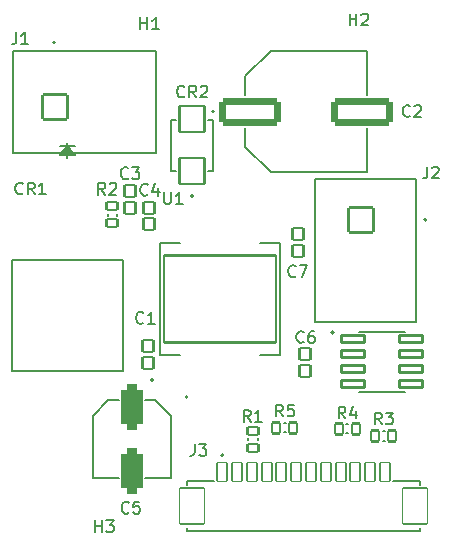
<source format=gto>
G04 #@! TF.GenerationSoftware,KiCad,Pcbnew,7.0.10*
G04 #@! TF.CreationDate,2024-11-08T18:31:00-05:00*
G04 #@! TF.ProjectId,Novel Mechanism 2 Board,4e6f7665-6c20-44d6-9563-68616e69736d,rev?*
G04 #@! TF.SameCoordinates,Original*
G04 #@! TF.FileFunction,Legend,Top*
G04 #@! TF.FilePolarity,Positive*
%FSLAX46Y46*%
G04 Gerber Fmt 4.6, Leading zero omitted, Abs format (unit mm)*
G04 Created by KiCad (PCBNEW 7.0.10) date 2024-11-08 18:31:00*
%MOMM*%
%LPD*%
G01*
G04 APERTURE LIST*
G04 Aperture macros list*
%AMRoundRect*
0 Rectangle with rounded corners*
0 $1 Rounding radius*
0 $2 $3 $4 $5 $6 $7 $8 $9 X,Y pos of 4 corners*
0 Add a 4 corners polygon primitive as box body*
4,1,4,$2,$3,$4,$5,$6,$7,$8,$9,$2,$3,0*
0 Add four circle primitives for the rounded corners*
1,1,$1+$1,$2,$3*
1,1,$1+$1,$4,$5*
1,1,$1+$1,$6,$7*
1,1,$1+$1,$8,$9*
0 Add four rect primitives between the rounded corners*
20,1,$1+$1,$2,$3,$4,$5,0*
20,1,$1+$1,$4,$5,$6,$7,0*
20,1,$1+$1,$6,$7,$8,$9,0*
20,1,$1+$1,$8,$9,$2,$3,0*%
G04 Aperture macros list end*
%ADD10C,0.150000*%
%ADD11C,0.127000*%
%ADD12C,0.200000*%
%ADD13C,0.152400*%
%ADD14RoundRect,0.102000X1.060000X-1.100000X1.060000X1.100000X-1.060000X1.100000X-1.060000X-1.100000X0*%
%ADD15RoundRect,0.102000X-1.050000X-1.050000X1.050000X-1.050000X1.050000X1.050000X-1.050000X1.050000X0*%
%ADD16C,2.304000*%
%ADD17RoundRect,0.102000X0.465000X-0.505000X0.465000X0.505000X-0.465000X0.505000X-0.465000X-0.505000X0*%
%ADD18RoundRect,0.100500X-0.986500X-0.301500X0.986500X-0.301500X0.986500X0.301500X-0.986500X0.301500X0*%
%ADD19RoundRect,0.446000X-0.446000X1.466000X-0.446000X-1.466000X0.446000X-1.466000X0.446000X1.466000X0*%
%ADD20RoundRect,0.102000X0.450000X-0.325000X0.450000X0.325000X-0.450000X0.325000X-0.450000X-0.325000X0*%
%ADD21RoundRect,0.102000X0.325000X0.450000X-0.325000X0.450000X-0.325000X-0.450000X0.325000X-0.450000X0*%
%ADD22C,3.200000*%
%ADD23RoundRect,0.102000X-0.465000X0.505000X-0.465000X-0.505000X0.465000X-0.505000X0.465000X0.505000X0*%
%ADD24R,2.057400X2.057400*%
%ADD25C,2.057400*%
%ADD26RoundRect,0.102000X-1.050000X1.050000X-1.050000X-1.050000X1.050000X-1.050000X1.050000X1.050000X0*%
%ADD27O,0.682400X2.102400*%
%ADD28RoundRect,0.102000X4.750000X-3.700000X4.750000X3.700000X-4.750000X3.700000X-4.750000X-3.700000X0*%
%ADD29RoundRect,0.290500X-2.316500X-0.871500X2.316500X-0.871500X2.316500X0.871500X-2.316500X0.871500X0*%
%ADD30RoundRect,0.076200X-0.400000X-0.800000X0.400000X-0.800000X0.400000X0.800000X-0.400000X0.800000X0*%
%ADD31RoundRect,0.076200X-1.050000X-1.500000X1.050000X-1.500000X1.050000X1.500000X-1.050000X1.500000X0*%
G04 APERTURE END LIST*
D10*
X134207333Y-52861380D02*
X134159714Y-52909000D01*
X134159714Y-52909000D02*
X134016857Y-52956619D01*
X134016857Y-52956619D02*
X133921619Y-52956619D01*
X133921619Y-52956619D02*
X133778762Y-52909000D01*
X133778762Y-52909000D02*
X133683524Y-52813761D01*
X133683524Y-52813761D02*
X133635905Y-52718523D01*
X133635905Y-52718523D02*
X133588286Y-52528047D01*
X133588286Y-52528047D02*
X133588286Y-52385190D01*
X133588286Y-52385190D02*
X133635905Y-52194714D01*
X133635905Y-52194714D02*
X133683524Y-52099476D01*
X133683524Y-52099476D02*
X133778762Y-52004238D01*
X133778762Y-52004238D02*
X133921619Y-51956619D01*
X133921619Y-51956619D02*
X134016857Y-51956619D01*
X134016857Y-51956619D02*
X134159714Y-52004238D01*
X134159714Y-52004238D02*
X134207333Y-52051857D01*
X135207333Y-52956619D02*
X134874000Y-52480428D01*
X134635905Y-52956619D02*
X134635905Y-51956619D01*
X134635905Y-51956619D02*
X135016857Y-51956619D01*
X135016857Y-51956619D02*
X135112095Y-52004238D01*
X135112095Y-52004238D02*
X135159714Y-52051857D01*
X135159714Y-52051857D02*
X135207333Y-52147095D01*
X135207333Y-52147095D02*
X135207333Y-52289952D01*
X135207333Y-52289952D02*
X135159714Y-52385190D01*
X135159714Y-52385190D02*
X135112095Y-52432809D01*
X135112095Y-52432809D02*
X135016857Y-52480428D01*
X135016857Y-52480428D02*
X134635905Y-52480428D01*
X135588286Y-52051857D02*
X135635905Y-52004238D01*
X135635905Y-52004238D02*
X135731143Y-51956619D01*
X135731143Y-51956619D02*
X135969238Y-51956619D01*
X135969238Y-51956619D02*
X136064476Y-52004238D01*
X136064476Y-52004238D02*
X136112095Y-52051857D01*
X136112095Y-52051857D02*
X136159714Y-52147095D01*
X136159714Y-52147095D02*
X136159714Y-52242333D01*
X136159714Y-52242333D02*
X136112095Y-52385190D01*
X136112095Y-52385190D02*
X135540667Y-52956619D01*
X135540667Y-52956619D02*
X136159714Y-52956619D01*
X119959166Y-47454819D02*
X119959166Y-48169104D01*
X119959166Y-48169104D02*
X119911547Y-48311961D01*
X119911547Y-48311961D02*
X119816309Y-48407200D01*
X119816309Y-48407200D02*
X119673452Y-48454819D01*
X119673452Y-48454819D02*
X119578214Y-48454819D01*
X120959166Y-48454819D02*
X120387738Y-48454819D01*
X120673452Y-48454819D02*
X120673452Y-47454819D01*
X120673452Y-47454819D02*
X120578214Y-47597676D01*
X120578214Y-47597676D02*
X120482976Y-47692914D01*
X120482976Y-47692914D02*
X120387738Y-47740533D01*
X131100533Y-61167180D02*
X131052914Y-61214800D01*
X131052914Y-61214800D02*
X130910057Y-61262419D01*
X130910057Y-61262419D02*
X130814819Y-61262419D01*
X130814819Y-61262419D02*
X130671962Y-61214800D01*
X130671962Y-61214800D02*
X130576724Y-61119561D01*
X130576724Y-61119561D02*
X130529105Y-61024323D01*
X130529105Y-61024323D02*
X130481486Y-60833847D01*
X130481486Y-60833847D02*
X130481486Y-60690990D01*
X130481486Y-60690990D02*
X130529105Y-60500514D01*
X130529105Y-60500514D02*
X130576724Y-60405276D01*
X130576724Y-60405276D02*
X130671962Y-60310038D01*
X130671962Y-60310038D02*
X130814819Y-60262419D01*
X130814819Y-60262419D02*
X130910057Y-60262419D01*
X130910057Y-60262419D02*
X131052914Y-60310038D01*
X131052914Y-60310038D02*
X131100533Y-60357657D01*
X131957676Y-60595752D02*
X131957676Y-61262419D01*
X131719581Y-60214800D02*
X131481486Y-60929085D01*
X131481486Y-60929085D02*
X132100533Y-60929085D01*
X129500333Y-88091180D02*
X129452714Y-88138800D01*
X129452714Y-88138800D02*
X129309857Y-88186419D01*
X129309857Y-88186419D02*
X129214619Y-88186419D01*
X129214619Y-88186419D02*
X129071762Y-88138800D01*
X129071762Y-88138800D02*
X128976524Y-88043561D01*
X128976524Y-88043561D02*
X128928905Y-87948323D01*
X128928905Y-87948323D02*
X128881286Y-87757847D01*
X128881286Y-87757847D02*
X128881286Y-87614990D01*
X128881286Y-87614990D02*
X128928905Y-87424514D01*
X128928905Y-87424514D02*
X128976524Y-87329276D01*
X128976524Y-87329276D02*
X129071762Y-87234038D01*
X129071762Y-87234038D02*
X129214619Y-87186419D01*
X129214619Y-87186419D02*
X129309857Y-87186419D01*
X129309857Y-87186419D02*
X129452714Y-87234038D01*
X129452714Y-87234038D02*
X129500333Y-87281657D01*
X130405095Y-87186419D02*
X129928905Y-87186419D01*
X129928905Y-87186419D02*
X129881286Y-87662609D01*
X129881286Y-87662609D02*
X129928905Y-87614990D01*
X129928905Y-87614990D02*
X130024143Y-87567371D01*
X130024143Y-87567371D02*
X130262238Y-87567371D01*
X130262238Y-87567371D02*
X130357476Y-87614990D01*
X130357476Y-87614990D02*
X130405095Y-87662609D01*
X130405095Y-87662609D02*
X130452714Y-87757847D01*
X130452714Y-87757847D02*
X130452714Y-87995942D01*
X130452714Y-87995942D02*
X130405095Y-88091180D01*
X130405095Y-88091180D02*
X130357476Y-88138800D01*
X130357476Y-88138800D02*
X130262238Y-88186419D01*
X130262238Y-88186419D02*
X130024143Y-88186419D01*
X130024143Y-88186419D02*
X129928905Y-88138800D01*
X129928905Y-88138800D02*
X129881286Y-88091180D01*
X127493733Y-61186219D02*
X127160400Y-60710028D01*
X126922305Y-61186219D02*
X126922305Y-60186219D01*
X126922305Y-60186219D02*
X127303257Y-60186219D01*
X127303257Y-60186219D02*
X127398495Y-60233838D01*
X127398495Y-60233838D02*
X127446114Y-60281457D01*
X127446114Y-60281457D02*
X127493733Y-60376695D01*
X127493733Y-60376695D02*
X127493733Y-60519552D01*
X127493733Y-60519552D02*
X127446114Y-60614790D01*
X127446114Y-60614790D02*
X127398495Y-60662409D01*
X127398495Y-60662409D02*
X127303257Y-60710028D01*
X127303257Y-60710028D02*
X126922305Y-60710028D01*
X127874686Y-60281457D02*
X127922305Y-60233838D01*
X127922305Y-60233838D02*
X128017543Y-60186219D01*
X128017543Y-60186219D02*
X128255638Y-60186219D01*
X128255638Y-60186219D02*
X128350876Y-60233838D01*
X128350876Y-60233838D02*
X128398495Y-60281457D01*
X128398495Y-60281457D02*
X128446114Y-60376695D01*
X128446114Y-60376695D02*
X128446114Y-60471933D01*
X128446114Y-60471933D02*
X128398495Y-60614790D01*
X128398495Y-60614790D02*
X127827067Y-61186219D01*
X127827067Y-61186219D02*
X128446114Y-61186219D01*
X142555933Y-79956819D02*
X142222600Y-79480628D01*
X141984505Y-79956819D02*
X141984505Y-78956819D01*
X141984505Y-78956819D02*
X142365457Y-78956819D01*
X142365457Y-78956819D02*
X142460695Y-79004438D01*
X142460695Y-79004438D02*
X142508314Y-79052057D01*
X142508314Y-79052057D02*
X142555933Y-79147295D01*
X142555933Y-79147295D02*
X142555933Y-79290152D01*
X142555933Y-79290152D02*
X142508314Y-79385390D01*
X142508314Y-79385390D02*
X142460695Y-79433009D01*
X142460695Y-79433009D02*
X142365457Y-79480628D01*
X142365457Y-79480628D02*
X141984505Y-79480628D01*
X143460695Y-78956819D02*
X142984505Y-78956819D01*
X142984505Y-78956819D02*
X142936886Y-79433009D01*
X142936886Y-79433009D02*
X142984505Y-79385390D01*
X142984505Y-79385390D02*
X143079743Y-79337771D01*
X143079743Y-79337771D02*
X143317838Y-79337771D01*
X143317838Y-79337771D02*
X143413076Y-79385390D01*
X143413076Y-79385390D02*
X143460695Y-79433009D01*
X143460695Y-79433009D02*
X143508314Y-79528247D01*
X143508314Y-79528247D02*
X143508314Y-79766342D01*
X143508314Y-79766342D02*
X143460695Y-79861580D01*
X143460695Y-79861580D02*
X143413076Y-79909200D01*
X143413076Y-79909200D02*
X143317838Y-79956819D01*
X143317838Y-79956819D02*
X143079743Y-79956819D01*
X143079743Y-79956819D02*
X142984505Y-79909200D01*
X142984505Y-79909200D02*
X142936886Y-79861580D01*
X147839133Y-80134619D02*
X147505800Y-79658428D01*
X147267705Y-80134619D02*
X147267705Y-79134619D01*
X147267705Y-79134619D02*
X147648657Y-79134619D01*
X147648657Y-79134619D02*
X147743895Y-79182238D01*
X147743895Y-79182238D02*
X147791514Y-79229857D01*
X147791514Y-79229857D02*
X147839133Y-79325095D01*
X147839133Y-79325095D02*
X147839133Y-79467952D01*
X147839133Y-79467952D02*
X147791514Y-79563190D01*
X147791514Y-79563190D02*
X147743895Y-79610809D01*
X147743895Y-79610809D02*
X147648657Y-79658428D01*
X147648657Y-79658428D02*
X147267705Y-79658428D01*
X148696276Y-79467952D02*
X148696276Y-80134619D01*
X148458181Y-79087000D02*
X148220086Y-79801285D01*
X148220086Y-79801285D02*
X148839133Y-79801285D01*
X148188095Y-46854819D02*
X148188095Y-45854819D01*
X148188095Y-46331009D02*
X148759523Y-46331009D01*
X148759523Y-46854819D02*
X148759523Y-45854819D01*
X149188095Y-45950057D02*
X149235714Y-45902438D01*
X149235714Y-45902438D02*
X149330952Y-45854819D01*
X149330952Y-45854819D02*
X149569047Y-45854819D01*
X149569047Y-45854819D02*
X149664285Y-45902438D01*
X149664285Y-45902438D02*
X149711904Y-45950057D01*
X149711904Y-45950057D02*
X149759523Y-46045295D01*
X149759523Y-46045295D02*
X149759523Y-46140533D01*
X149759523Y-46140533D02*
X149711904Y-46283390D01*
X149711904Y-46283390D02*
X149140476Y-46854819D01*
X149140476Y-46854819D02*
X149759523Y-46854819D01*
X129449533Y-59770180D02*
X129401914Y-59817800D01*
X129401914Y-59817800D02*
X129259057Y-59865419D01*
X129259057Y-59865419D02*
X129163819Y-59865419D01*
X129163819Y-59865419D02*
X129020962Y-59817800D01*
X129020962Y-59817800D02*
X128925724Y-59722561D01*
X128925724Y-59722561D02*
X128878105Y-59627323D01*
X128878105Y-59627323D02*
X128830486Y-59436847D01*
X128830486Y-59436847D02*
X128830486Y-59293990D01*
X128830486Y-59293990D02*
X128878105Y-59103514D01*
X128878105Y-59103514D02*
X128925724Y-59008276D01*
X128925724Y-59008276D02*
X129020962Y-58913038D01*
X129020962Y-58913038D02*
X129163819Y-58865419D01*
X129163819Y-58865419D02*
X129259057Y-58865419D01*
X129259057Y-58865419D02*
X129401914Y-58913038D01*
X129401914Y-58913038D02*
X129449533Y-58960657D01*
X129782867Y-58865419D02*
X130401914Y-58865419D01*
X130401914Y-58865419D02*
X130068581Y-59246371D01*
X130068581Y-59246371D02*
X130211438Y-59246371D01*
X130211438Y-59246371D02*
X130306676Y-59293990D01*
X130306676Y-59293990D02*
X130354295Y-59341609D01*
X130354295Y-59341609D02*
X130401914Y-59436847D01*
X130401914Y-59436847D02*
X130401914Y-59674942D01*
X130401914Y-59674942D02*
X130354295Y-59770180D01*
X130354295Y-59770180D02*
X130306676Y-59817800D01*
X130306676Y-59817800D02*
X130211438Y-59865419D01*
X130211438Y-59865419D02*
X129925724Y-59865419D01*
X129925724Y-59865419D02*
X129830486Y-59817800D01*
X129830486Y-59817800D02*
X129782867Y-59770180D01*
X143622733Y-68075980D02*
X143575114Y-68123600D01*
X143575114Y-68123600D02*
X143432257Y-68171219D01*
X143432257Y-68171219D02*
X143337019Y-68171219D01*
X143337019Y-68171219D02*
X143194162Y-68123600D01*
X143194162Y-68123600D02*
X143098924Y-68028361D01*
X143098924Y-68028361D02*
X143051305Y-67933123D01*
X143051305Y-67933123D02*
X143003686Y-67742647D01*
X143003686Y-67742647D02*
X143003686Y-67599790D01*
X143003686Y-67599790D02*
X143051305Y-67409314D01*
X143051305Y-67409314D02*
X143098924Y-67314076D01*
X143098924Y-67314076D02*
X143194162Y-67218838D01*
X143194162Y-67218838D02*
X143337019Y-67171219D01*
X143337019Y-67171219D02*
X143432257Y-67171219D01*
X143432257Y-67171219D02*
X143575114Y-67218838D01*
X143575114Y-67218838D02*
X143622733Y-67266457D01*
X143956067Y-67171219D02*
X144622733Y-67171219D01*
X144622733Y-67171219D02*
X144194162Y-68171219D01*
X144308533Y-73638580D02*
X144260914Y-73686200D01*
X144260914Y-73686200D02*
X144118057Y-73733819D01*
X144118057Y-73733819D02*
X144022819Y-73733819D01*
X144022819Y-73733819D02*
X143879962Y-73686200D01*
X143879962Y-73686200D02*
X143784724Y-73590961D01*
X143784724Y-73590961D02*
X143737105Y-73495723D01*
X143737105Y-73495723D02*
X143689486Y-73305247D01*
X143689486Y-73305247D02*
X143689486Y-73162390D01*
X143689486Y-73162390D02*
X143737105Y-72971914D01*
X143737105Y-72971914D02*
X143784724Y-72876676D01*
X143784724Y-72876676D02*
X143879962Y-72781438D01*
X143879962Y-72781438D02*
X144022819Y-72733819D01*
X144022819Y-72733819D02*
X144118057Y-72733819D01*
X144118057Y-72733819D02*
X144260914Y-72781438D01*
X144260914Y-72781438D02*
X144308533Y-72829057D01*
X145165676Y-72733819D02*
X144975200Y-72733819D01*
X144975200Y-72733819D02*
X144879962Y-72781438D01*
X144879962Y-72781438D02*
X144832343Y-72829057D01*
X144832343Y-72829057D02*
X144737105Y-72971914D01*
X144737105Y-72971914D02*
X144689486Y-73162390D01*
X144689486Y-73162390D02*
X144689486Y-73543342D01*
X144689486Y-73543342D02*
X144737105Y-73638580D01*
X144737105Y-73638580D02*
X144784724Y-73686200D01*
X144784724Y-73686200D02*
X144879962Y-73733819D01*
X144879962Y-73733819D02*
X145070438Y-73733819D01*
X145070438Y-73733819D02*
X145165676Y-73686200D01*
X145165676Y-73686200D02*
X145213295Y-73638580D01*
X145213295Y-73638580D02*
X145260914Y-73543342D01*
X145260914Y-73543342D02*
X145260914Y-73305247D01*
X145260914Y-73305247D02*
X145213295Y-73210009D01*
X145213295Y-73210009D02*
X145165676Y-73162390D01*
X145165676Y-73162390D02*
X145070438Y-73114771D01*
X145070438Y-73114771D02*
X144879962Y-73114771D01*
X144879962Y-73114771D02*
X144784724Y-73162390D01*
X144784724Y-73162390D02*
X144737105Y-73210009D01*
X144737105Y-73210009D02*
X144689486Y-73305247D01*
X120516733Y-61065580D02*
X120469114Y-61113200D01*
X120469114Y-61113200D02*
X120326257Y-61160819D01*
X120326257Y-61160819D02*
X120231019Y-61160819D01*
X120231019Y-61160819D02*
X120088162Y-61113200D01*
X120088162Y-61113200D02*
X119992924Y-61017961D01*
X119992924Y-61017961D02*
X119945305Y-60922723D01*
X119945305Y-60922723D02*
X119897686Y-60732247D01*
X119897686Y-60732247D02*
X119897686Y-60589390D01*
X119897686Y-60589390D02*
X119945305Y-60398914D01*
X119945305Y-60398914D02*
X119992924Y-60303676D01*
X119992924Y-60303676D02*
X120088162Y-60208438D01*
X120088162Y-60208438D02*
X120231019Y-60160819D01*
X120231019Y-60160819D02*
X120326257Y-60160819D01*
X120326257Y-60160819D02*
X120469114Y-60208438D01*
X120469114Y-60208438D02*
X120516733Y-60256057D01*
X121516733Y-61160819D02*
X121183400Y-60684628D01*
X120945305Y-61160819D02*
X120945305Y-60160819D01*
X120945305Y-60160819D02*
X121326257Y-60160819D01*
X121326257Y-60160819D02*
X121421495Y-60208438D01*
X121421495Y-60208438D02*
X121469114Y-60256057D01*
X121469114Y-60256057D02*
X121516733Y-60351295D01*
X121516733Y-60351295D02*
X121516733Y-60494152D01*
X121516733Y-60494152D02*
X121469114Y-60589390D01*
X121469114Y-60589390D02*
X121421495Y-60637009D01*
X121421495Y-60637009D02*
X121326257Y-60684628D01*
X121326257Y-60684628D02*
X120945305Y-60684628D01*
X122469114Y-61160819D02*
X121897686Y-61160819D01*
X122183400Y-61160819D02*
X122183400Y-60160819D01*
X122183400Y-60160819D02*
X122088162Y-60303676D01*
X122088162Y-60303676D02*
X121992924Y-60398914D01*
X121992924Y-60398914D02*
X121897686Y-60446533D01*
X154766666Y-58804819D02*
X154766666Y-59519104D01*
X154766666Y-59519104D02*
X154719047Y-59661961D01*
X154719047Y-59661961D02*
X154623809Y-59757200D01*
X154623809Y-59757200D02*
X154480952Y-59804819D01*
X154480952Y-59804819D02*
X154385714Y-59804819D01*
X155195238Y-58900057D02*
X155242857Y-58852438D01*
X155242857Y-58852438D02*
X155338095Y-58804819D01*
X155338095Y-58804819D02*
X155576190Y-58804819D01*
X155576190Y-58804819D02*
X155671428Y-58852438D01*
X155671428Y-58852438D02*
X155719047Y-58900057D01*
X155719047Y-58900057D02*
X155766666Y-58995295D01*
X155766666Y-58995295D02*
X155766666Y-59090533D01*
X155766666Y-59090533D02*
X155719047Y-59233390D01*
X155719047Y-59233390D02*
X155147619Y-59804819D01*
X155147619Y-59804819D02*
X155766666Y-59804819D01*
X130733333Y-72009580D02*
X130685714Y-72057200D01*
X130685714Y-72057200D02*
X130542857Y-72104819D01*
X130542857Y-72104819D02*
X130447619Y-72104819D01*
X130447619Y-72104819D02*
X130304762Y-72057200D01*
X130304762Y-72057200D02*
X130209524Y-71961961D01*
X130209524Y-71961961D02*
X130161905Y-71866723D01*
X130161905Y-71866723D02*
X130114286Y-71676247D01*
X130114286Y-71676247D02*
X130114286Y-71533390D01*
X130114286Y-71533390D02*
X130161905Y-71342914D01*
X130161905Y-71342914D02*
X130209524Y-71247676D01*
X130209524Y-71247676D02*
X130304762Y-71152438D01*
X130304762Y-71152438D02*
X130447619Y-71104819D01*
X130447619Y-71104819D02*
X130542857Y-71104819D01*
X130542857Y-71104819D02*
X130685714Y-71152438D01*
X130685714Y-71152438D02*
X130733333Y-71200057D01*
X131685714Y-72104819D02*
X131114286Y-72104819D01*
X131400000Y-72104819D02*
X131400000Y-71104819D01*
X131400000Y-71104819D02*
X131304762Y-71247676D01*
X131304762Y-71247676D02*
X131209524Y-71342914D01*
X131209524Y-71342914D02*
X131114286Y-71390533D01*
X150912533Y-80642619D02*
X150579200Y-80166428D01*
X150341105Y-80642619D02*
X150341105Y-79642619D01*
X150341105Y-79642619D02*
X150722057Y-79642619D01*
X150722057Y-79642619D02*
X150817295Y-79690238D01*
X150817295Y-79690238D02*
X150864914Y-79737857D01*
X150864914Y-79737857D02*
X150912533Y-79833095D01*
X150912533Y-79833095D02*
X150912533Y-79975952D01*
X150912533Y-79975952D02*
X150864914Y-80071190D01*
X150864914Y-80071190D02*
X150817295Y-80118809D01*
X150817295Y-80118809D02*
X150722057Y-80166428D01*
X150722057Y-80166428D02*
X150341105Y-80166428D01*
X151245867Y-79642619D02*
X151864914Y-79642619D01*
X151864914Y-79642619D02*
X151531581Y-80023571D01*
X151531581Y-80023571D02*
X151674438Y-80023571D01*
X151674438Y-80023571D02*
X151769676Y-80071190D01*
X151769676Y-80071190D02*
X151817295Y-80118809D01*
X151817295Y-80118809D02*
X151864914Y-80214047D01*
X151864914Y-80214047D02*
X151864914Y-80452142D01*
X151864914Y-80452142D02*
X151817295Y-80547380D01*
X151817295Y-80547380D02*
X151769676Y-80595000D01*
X151769676Y-80595000D02*
X151674438Y-80642619D01*
X151674438Y-80642619D02*
X151388724Y-80642619D01*
X151388724Y-80642619D02*
X151293486Y-80595000D01*
X151293486Y-80595000D02*
X151245867Y-80547380D01*
X139812733Y-80414019D02*
X139479400Y-79937828D01*
X139241305Y-80414019D02*
X139241305Y-79414019D01*
X139241305Y-79414019D02*
X139622257Y-79414019D01*
X139622257Y-79414019D02*
X139717495Y-79461638D01*
X139717495Y-79461638D02*
X139765114Y-79509257D01*
X139765114Y-79509257D02*
X139812733Y-79604495D01*
X139812733Y-79604495D02*
X139812733Y-79747352D01*
X139812733Y-79747352D02*
X139765114Y-79842590D01*
X139765114Y-79842590D02*
X139717495Y-79890209D01*
X139717495Y-79890209D02*
X139622257Y-79937828D01*
X139622257Y-79937828D02*
X139241305Y-79937828D01*
X140765114Y-80414019D02*
X140193686Y-80414019D01*
X140479400Y-80414019D02*
X140479400Y-79414019D01*
X140479400Y-79414019D02*
X140384162Y-79556876D01*
X140384162Y-79556876D02*
X140288924Y-79652114D01*
X140288924Y-79652114D02*
X140193686Y-79699733D01*
X132486495Y-60973619D02*
X132486495Y-61783142D01*
X132486495Y-61783142D02*
X132534114Y-61878380D01*
X132534114Y-61878380D02*
X132581733Y-61926000D01*
X132581733Y-61926000D02*
X132676971Y-61973619D01*
X132676971Y-61973619D02*
X132867447Y-61973619D01*
X132867447Y-61973619D02*
X132962685Y-61926000D01*
X132962685Y-61926000D02*
X133010304Y-61878380D01*
X133010304Y-61878380D02*
X133057923Y-61783142D01*
X133057923Y-61783142D02*
X133057923Y-60973619D01*
X134057923Y-61973619D02*
X133486495Y-61973619D01*
X133772209Y-61973619D02*
X133772209Y-60973619D01*
X133772209Y-60973619D02*
X133676971Y-61116476D01*
X133676971Y-61116476D02*
X133581733Y-61211714D01*
X133581733Y-61211714D02*
X133486495Y-61259333D01*
X126638095Y-89754819D02*
X126638095Y-88754819D01*
X126638095Y-89231009D02*
X127209523Y-89231009D01*
X127209523Y-89754819D02*
X127209523Y-88754819D01*
X127590476Y-88754819D02*
X128209523Y-88754819D01*
X128209523Y-88754819D02*
X127876190Y-89135771D01*
X127876190Y-89135771D02*
X128019047Y-89135771D01*
X128019047Y-89135771D02*
X128114285Y-89183390D01*
X128114285Y-89183390D02*
X128161904Y-89231009D01*
X128161904Y-89231009D02*
X128209523Y-89326247D01*
X128209523Y-89326247D02*
X128209523Y-89564342D01*
X128209523Y-89564342D02*
X128161904Y-89659580D01*
X128161904Y-89659580D02*
X128114285Y-89707200D01*
X128114285Y-89707200D02*
X128019047Y-89754819D01*
X128019047Y-89754819D02*
X127733333Y-89754819D01*
X127733333Y-89754819D02*
X127638095Y-89707200D01*
X127638095Y-89707200D02*
X127590476Y-89659580D01*
X153302733Y-54518580D02*
X153255114Y-54566200D01*
X153255114Y-54566200D02*
X153112257Y-54613819D01*
X153112257Y-54613819D02*
X153017019Y-54613819D01*
X153017019Y-54613819D02*
X152874162Y-54566200D01*
X152874162Y-54566200D02*
X152778924Y-54470961D01*
X152778924Y-54470961D02*
X152731305Y-54375723D01*
X152731305Y-54375723D02*
X152683686Y-54185247D01*
X152683686Y-54185247D02*
X152683686Y-54042390D01*
X152683686Y-54042390D02*
X152731305Y-53851914D01*
X152731305Y-53851914D02*
X152778924Y-53756676D01*
X152778924Y-53756676D02*
X152874162Y-53661438D01*
X152874162Y-53661438D02*
X153017019Y-53613819D01*
X153017019Y-53613819D02*
X153112257Y-53613819D01*
X153112257Y-53613819D02*
X153255114Y-53661438D01*
X153255114Y-53661438D02*
X153302733Y-53709057D01*
X153683686Y-53709057D02*
X153731305Y-53661438D01*
X153731305Y-53661438D02*
X153826543Y-53613819D01*
X153826543Y-53613819D02*
X154064638Y-53613819D01*
X154064638Y-53613819D02*
X154159876Y-53661438D01*
X154159876Y-53661438D02*
X154207495Y-53709057D01*
X154207495Y-53709057D02*
X154255114Y-53804295D01*
X154255114Y-53804295D02*
X154255114Y-53899533D01*
X154255114Y-53899533D02*
X154207495Y-54042390D01*
X154207495Y-54042390D02*
X153636067Y-54613819D01*
X153636067Y-54613819D02*
X154255114Y-54613819D01*
X135074066Y-82284219D02*
X135074066Y-82998504D01*
X135074066Y-82998504D02*
X135026447Y-83141361D01*
X135026447Y-83141361D02*
X134931209Y-83236600D01*
X134931209Y-83236600D02*
X134788352Y-83284219D01*
X134788352Y-83284219D02*
X134693114Y-83284219D01*
X135455019Y-82284219D02*
X136074066Y-82284219D01*
X136074066Y-82284219D02*
X135740733Y-82665171D01*
X135740733Y-82665171D02*
X135883590Y-82665171D01*
X135883590Y-82665171D02*
X135978828Y-82712790D01*
X135978828Y-82712790D02*
X136026447Y-82760409D01*
X136026447Y-82760409D02*
X136074066Y-82855647D01*
X136074066Y-82855647D02*
X136074066Y-83093742D01*
X136074066Y-83093742D02*
X136026447Y-83188980D01*
X136026447Y-83188980D02*
X135978828Y-83236600D01*
X135978828Y-83236600D02*
X135883590Y-83284219D01*
X135883590Y-83284219D02*
X135597876Y-83284219D01*
X135597876Y-83284219D02*
X135502638Y-83236600D01*
X135502638Y-83236600D02*
X135455019Y-83188980D01*
X130488095Y-47154819D02*
X130488095Y-46154819D01*
X130488095Y-46631009D02*
X131059523Y-46631009D01*
X131059523Y-47154819D02*
X131059523Y-46154819D01*
X132059523Y-47154819D02*
X131488095Y-47154819D01*
X131773809Y-47154819D02*
X131773809Y-46154819D01*
X131773809Y-46154819D02*
X131678571Y-46297676D01*
X131678571Y-46297676D02*
X131583333Y-46392914D01*
X131583333Y-46392914D02*
X131488095Y-46440533D01*
D11*
X133037500Y-59162500D02*
X133470000Y-59162500D01*
X136662500Y-59162500D02*
X136230000Y-59162500D01*
X136662500Y-59162500D02*
X136662500Y-54837500D01*
X133037500Y-54837500D02*
X133037500Y-59162500D01*
X133470000Y-54837500D02*
X133037500Y-54837500D01*
X136662500Y-54837500D02*
X136230000Y-54837500D01*
D12*
X134950000Y-61305000D02*
G75*
G03*
X134750000Y-61305000I-100000J0D01*
G01*
X134750000Y-61305000D02*
G75*
G03*
X134950000Y-61305000I100000J0D01*
G01*
D11*
X119672500Y-49052500D02*
X131832500Y-49052500D01*
X119672500Y-57622500D02*
X119672500Y-49052500D01*
X131832500Y-49052500D02*
X131832500Y-57622500D01*
X131832500Y-57622500D02*
X119672500Y-57622500D01*
D12*
X123272500Y-48302500D02*
G75*
G03*
X123072500Y-48302500I-100000J0D01*
G01*
X123072500Y-48302500D02*
G75*
G03*
X123272500Y-48302500I100000J0D01*
G01*
D11*
X149002500Y-72825000D02*
X152897500Y-72825000D01*
X149002500Y-77875000D02*
X152897500Y-77875000D01*
D12*
X146850000Y-72850000D02*
G75*
G03*
X146650000Y-72850000I-100000J0D01*
G01*
X146650000Y-72850000D02*
G75*
G03*
X146850000Y-72850000I100000J0D01*
G01*
D11*
X131730000Y-78577500D02*
X133050000Y-79897500D01*
X130870000Y-78577500D02*
X131730000Y-78577500D01*
X127770000Y-78577500D02*
X128630000Y-78577500D01*
X133050000Y-79897500D02*
X133050000Y-85177500D01*
X126450000Y-79897500D02*
X127770000Y-78577500D01*
X133050000Y-85177500D02*
X130870000Y-85177500D01*
X128630000Y-85177500D02*
X126450000Y-85177500D01*
X126450000Y-85177500D02*
X126450000Y-79897500D01*
D12*
X131550000Y-76877500D02*
G75*
G03*
X131350000Y-76877500I-100000J0D01*
G01*
X131350000Y-76877500D02*
G75*
G03*
X131550000Y-76877500I100000J0D01*
G01*
D11*
X127700000Y-62980000D02*
X127700000Y-62820000D01*
X128500000Y-62980000D02*
X128500000Y-62820000D01*
X142780000Y-81300000D02*
X142620000Y-81300000D01*
X142780000Y-80500000D02*
X142620000Y-80500000D01*
X148080000Y-81400000D02*
X147920000Y-81400000D01*
X148080000Y-80600000D02*
X147920000Y-80600000D01*
D13*
X124935000Y-57100750D02*
X123665000Y-57100750D01*
X124300000Y-57100750D02*
X124935000Y-57862750D01*
X124300000Y-57100750D02*
X124808000Y-57862750D01*
X124300000Y-57100750D02*
X124681000Y-57862750D01*
X124300000Y-57100750D02*
X124554000Y-57862750D01*
X124300000Y-57100750D02*
X124427000Y-57862750D01*
X124300000Y-57100750D02*
X124173000Y-57862750D01*
X124300000Y-57100750D02*
X124046000Y-57862750D01*
X124300000Y-57100750D02*
X123919000Y-57862750D01*
X124300000Y-57100750D02*
X123792000Y-57862750D01*
X124300000Y-57100750D02*
X123665000Y-57862750D01*
X124935000Y-57862750D02*
X123665000Y-57862750D01*
X124300000Y-58116750D02*
X124300000Y-56846750D01*
X128973600Y-66752750D02*
X119626400Y-66752750D01*
X119626400Y-66752750D02*
X119626400Y-76099950D01*
X128973600Y-76099950D02*
X128973600Y-66752750D01*
X119626400Y-76099950D02*
X128973600Y-76099950D01*
D11*
X153847500Y-59820000D02*
X153847500Y-71980000D01*
X145277500Y-59820000D02*
X153847500Y-59820000D01*
X153847500Y-71980000D02*
X145277500Y-71980000D01*
X145277500Y-71980000D02*
X145277500Y-59820000D01*
D12*
X154697500Y-63320000D02*
G75*
G03*
X154497500Y-63320000I-100000J0D01*
G01*
X154497500Y-63320000D02*
G75*
G03*
X154697500Y-63320000I100000J0D01*
G01*
D11*
X151180000Y-82000000D02*
X151020000Y-82000000D01*
X151180000Y-81200000D02*
X151020000Y-81200000D01*
X139600000Y-81980000D02*
X139600000Y-81820000D01*
X140400000Y-81980000D02*
X140400000Y-81820000D01*
X132136000Y-74750000D02*
X133821000Y-74750000D01*
X132136000Y-74750000D02*
X132136000Y-65250000D01*
X142264000Y-74750000D02*
X140579000Y-74750000D01*
X132136000Y-65250000D02*
X133821000Y-65250000D01*
X142264000Y-65250000D02*
X142264000Y-74750000D01*
X142264000Y-65250000D02*
X140579000Y-65250000D01*
D12*
X134500000Y-78305000D02*
G75*
G03*
X134300000Y-78305000I-100000J0D01*
G01*
X134300000Y-78305000D02*
G75*
G03*
X134500000Y-78305000I100000J0D01*
G01*
D11*
X139350000Y-51150000D02*
X139350000Y-52770000D01*
X139350000Y-55530000D02*
X139350000Y-57150000D01*
X139350000Y-57150000D02*
X141500000Y-59300000D01*
X141500000Y-49000000D02*
X139350000Y-51150000D01*
X141500000Y-59300000D02*
X149650000Y-59300000D01*
X149650000Y-49000000D02*
X141500000Y-49000000D01*
X149650000Y-52770000D02*
X149650000Y-49000000D01*
X149650000Y-59300000D02*
X149650000Y-55530000D01*
D12*
X136710000Y-54150000D02*
G75*
G03*
X136510000Y-54150000I-100000J0D01*
G01*
X136510000Y-54150000D02*
G75*
G03*
X136710000Y-54150000I100000J0D01*
G01*
D11*
X134425000Y-85450000D02*
X136700000Y-85450000D01*
X134425000Y-85730000D02*
X134425000Y-85450000D01*
X134425000Y-89370000D02*
X134425000Y-89650000D01*
X134425000Y-89650000D02*
X154175000Y-89650000D01*
X151900000Y-85450000D02*
X154175000Y-85450000D01*
X154175000Y-85450000D02*
X154175000Y-85730000D01*
X154175000Y-89650000D02*
X154175000Y-89370000D01*
D12*
X137525000Y-83250000D02*
G75*
G03*
X137325000Y-83250000I-100000J0D01*
G01*
X137325000Y-83250000D02*
G75*
G03*
X137525000Y-83250000I100000J0D01*
G01*
%LPC*%
D14*
X134850000Y-59205000D03*
X134850000Y-54795000D03*
D15*
X123212500Y-53752500D03*
D16*
X128292500Y-53752500D03*
D17*
X131200000Y-63709000D03*
X131200000Y-62291000D03*
D18*
X148480000Y-73445000D03*
X148480000Y-74715000D03*
X148480000Y-75985000D03*
X148480000Y-77255000D03*
X153420000Y-77255000D03*
X153420000Y-75985000D03*
X153420000Y-74715000D03*
X153420000Y-73445000D03*
D19*
X129750000Y-79177500D03*
X129750000Y-84577500D03*
D20*
X128100000Y-63625000D03*
X128100000Y-62175000D03*
D21*
X143425000Y-80900000D03*
X141975000Y-80900000D03*
X148725000Y-81000000D03*
X147275000Y-81000000D03*
D22*
X153350000Y-48650000D03*
D23*
X129600000Y-60891000D03*
X129600000Y-62309000D03*
X143850000Y-64541000D03*
X143850000Y-65959000D03*
D17*
X144450000Y-76118000D03*
X144450000Y-74700000D03*
D24*
X124300000Y-60682150D03*
D25*
X124300000Y-82170550D03*
D26*
X149147500Y-63360000D03*
D16*
X149147500Y-68440000D03*
D23*
X131150000Y-73982000D03*
X131150000Y-75400000D03*
D21*
X151825000Y-81600000D03*
X150375000Y-81600000D03*
D20*
X140000000Y-82625000D03*
X140000000Y-81175000D03*
D27*
X134400000Y-76555000D03*
X135200000Y-76555000D03*
X136000000Y-76555000D03*
X136800000Y-76555000D03*
X137600000Y-76555000D03*
X138400000Y-76555000D03*
X139200000Y-76555000D03*
X140000000Y-76555000D03*
X140000000Y-63445000D03*
X139200000Y-63445000D03*
X138400000Y-63445000D03*
X137600000Y-63445000D03*
X136800000Y-63445000D03*
X136000000Y-63445000D03*
X135200000Y-63445000D03*
X134400000Y-63445000D03*
D28*
X137200000Y-70000000D03*
D22*
X123050000Y-86950000D03*
D29*
X139750000Y-54150000D03*
X149250000Y-54150000D03*
D30*
X137425000Y-84650000D03*
X138675000Y-84650000D03*
X139925000Y-84650000D03*
X141175000Y-84650000D03*
X142425000Y-84650000D03*
X143675000Y-84650000D03*
X144925000Y-84650000D03*
X146175000Y-84650000D03*
X147425000Y-84650000D03*
X148675000Y-84650000D03*
X149925000Y-84650000D03*
X151175000Y-84650000D03*
D31*
X134875000Y-87550000D03*
X153725000Y-87550000D03*
D22*
X135650000Y-48650000D03*
%LPD*%
M02*

</source>
